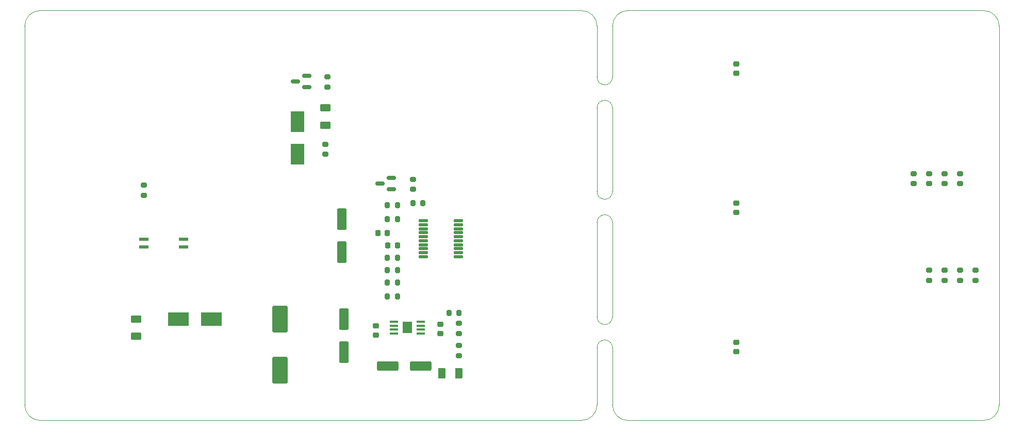
<source format=gtp>
%TF.GenerationSoftware,KiCad,Pcbnew,(6.0.8-1)-1*%
%TF.CreationDate,2022-12-21T11:45:43+03:00*%
%TF.ProjectId,MilkPompV2,4d696c6b-506f-46d7-9056-322e6b696361,V2*%
%TF.SameCoordinates,Original*%
%TF.FileFunction,Paste,Top*%
%TF.FilePolarity,Positive*%
%FSLAX46Y46*%
G04 Gerber Fmt 4.6, Leading zero omitted, Abs format (unit mm)*
G04 Created by KiCad (PCBNEW (6.0.8-1)-1) date 2022-12-21 11:45:43*
%MOMM*%
%LPD*%
G01*
G04 APERTURE LIST*
G04 Aperture macros list*
%AMRoundRect*
0 Rectangle with rounded corners*
0 $1 Rounding radius*
0 $2 $3 $4 $5 $6 $7 $8 $9 X,Y pos of 4 corners*
0 Add a 4 corners polygon primitive as box body*
4,1,4,$2,$3,$4,$5,$6,$7,$8,$9,$2,$3,0*
0 Add four circle primitives for the rounded corners*
1,1,$1+$1,$2,$3*
1,1,$1+$1,$4,$5*
1,1,$1+$1,$6,$7*
1,1,$1+$1,$8,$9*
0 Add four rect primitives between the rounded corners*
20,1,$1+$1,$2,$3,$4,$5,0*
20,1,$1+$1,$4,$5,$6,$7,0*
20,1,$1+$1,$6,$7,$8,$9,0*
20,1,$1+$1,$8,$9,$2,$3,0*%
G04 Aperture macros list end*
%TA.AperFunction,Profile*%
%ADD10C,0.100000*%
%TD*%
%ADD11R,2.300000X3.500000*%
%ADD12RoundRect,0.200000X0.275000X-0.200000X0.275000X0.200000X-0.275000X0.200000X-0.275000X-0.200000X0*%
%ADD13RoundRect,0.250000X-0.550000X1.500000X-0.550000X-1.500000X0.550000X-1.500000X0.550000X1.500000X0*%
%ADD14RoundRect,0.200000X0.200000X0.275000X-0.200000X0.275000X-0.200000X-0.275000X0.200000X-0.275000X0*%
%ADD15RoundRect,0.200000X-0.275000X0.200000X-0.275000X-0.200000X0.275000X-0.200000X0.275000X0.200000X0*%
%ADD16RoundRect,0.250000X-0.625000X0.375000X-0.625000X-0.375000X0.625000X-0.375000X0.625000X0.375000X0*%
%ADD17RoundRect,0.250000X1.500000X0.550000X-1.500000X0.550000X-1.500000X-0.550000X1.500000X-0.550000X0*%
%ADD18RoundRect,0.225000X-0.250000X0.225000X-0.250000X-0.225000X0.250000X-0.225000X0.250000X0.225000X0*%
%ADD19RoundRect,0.250000X-1.000000X1.950000X-1.000000X-1.950000X1.000000X-1.950000X1.000000X1.950000X0*%
%ADD20RoundRect,0.019500X-0.715500X-0.175500X0.715500X-0.175500X0.715500X0.175500X-0.715500X0.175500X0*%
%ADD21RoundRect,0.200000X-0.200000X-0.275000X0.200000X-0.275000X0.200000X0.275000X-0.200000X0.275000X0*%
%ADD22RoundRect,0.225000X0.250000X-0.225000X0.250000X0.225000X-0.250000X0.225000X-0.250000X-0.225000X0*%
%ADD23RoundRect,0.137500X-0.662500X-0.137500X0.662500X-0.137500X0.662500X0.137500X-0.662500X0.137500X0*%
%ADD24R,1.422400X0.431800*%
%ADD25R,1.574800X1.879600*%
%ADD26RoundRect,0.150000X0.587500X0.150000X-0.587500X0.150000X-0.587500X-0.150000X0.587500X-0.150000X0*%
%ADD27RoundRect,0.225000X0.225000X0.250000X-0.225000X0.250000X-0.225000X-0.250000X0.225000X-0.250000X0*%
%ADD28RoundRect,0.250000X-0.375000X-0.625000X0.375000X-0.625000X0.375000X0.625000X-0.375000X0.625000X0*%
%ADD29R,3.500000X2.300000*%
G04 APERTURE END LIST*
D10*
X173990000Y-118872000D02*
G75*
G03*
X176530000Y-118872000I1270000J0D01*
G01*
X176530000Y-123952000D02*
G75*
G03*
X173990000Y-123952000I-1270000J0D01*
G01*
X171450000Y-135890000D02*
G75*
G03*
X173990000Y-133350000I0J2540000D01*
G01*
X173990000Y-79502000D02*
G75*
G03*
X176530000Y-79502000I1270000J0D01*
G01*
X179070000Y-135890000D02*
X237490000Y-135890000D01*
X176530000Y-84582000D02*
G75*
G03*
X173990000Y-84582000I-1270000J0D01*
G01*
X173990000Y-71120000D02*
G75*
G03*
X171450000Y-68580000I-2540000J0D01*
G01*
X82550000Y-68580000D02*
G75*
G03*
X80010000Y-71120000I0J-2540000D01*
G01*
X176530000Y-98298000D02*
X176530000Y-84582000D01*
X176530000Y-133350000D02*
G75*
G03*
X179070000Y-135890000I2540000J0D01*
G01*
X173990000Y-98298000D02*
X173990000Y-84582000D01*
X80010000Y-133350000D02*
G75*
G03*
X82550000Y-135890000I2540000J0D01*
G01*
X82550000Y-68580000D02*
X171450000Y-68580000D01*
X173990000Y-98298000D02*
G75*
G03*
X176530000Y-98298000I1270000J0D01*
G01*
X237490000Y-68580000D02*
X179070000Y-68580000D01*
X173990000Y-133350000D02*
X173990000Y-123952000D01*
X240030000Y-133350000D02*
X240030000Y-71120000D01*
X240030000Y-71120000D02*
G75*
G03*
X237490000Y-68580000I-2540000J0D01*
G01*
X173990000Y-71120000D02*
X173990000Y-79502000D01*
X171450000Y-135890000D02*
X82550000Y-135890000D01*
X80010000Y-133350000D02*
X80010000Y-71120000D01*
X237490000Y-135890000D02*
G75*
G03*
X240030000Y-133350000I0J2540000D01*
G01*
X179070000Y-68580000D02*
G75*
G03*
X176530000Y-71120000I0J-2540000D01*
G01*
X173990000Y-118872000D02*
X173990000Y-103378000D01*
X176530000Y-79502000D02*
X176530000Y-71120000D01*
X176530000Y-103378000D02*
G75*
G03*
X173990000Y-103378000I-1270000J0D01*
G01*
X176530000Y-133350000D02*
X176530000Y-123952000D01*
X176530000Y-118872000D02*
X176530000Y-103378000D01*
D11*
%TO.C,D3*%
X124790200Y-86802000D03*
X124790200Y-92202000D03*
%TD*%
D12*
%TO.C,R6*%
X236157500Y-112902000D03*
X236157500Y-111252000D03*
%TD*%
D13*
%TO.C,C1*%
X132080000Y-102870000D03*
X132080000Y-108270000D03*
%TD*%
D14*
%TO.C,R17*%
X141198600Y-111252000D03*
X139548600Y-111252000D03*
%TD*%
D15*
%TO.C,R10*%
X228537500Y-95378000D03*
X228537500Y-97028000D03*
%TD*%
D16*
%TO.C,D2*%
X129387600Y-84582000D03*
X129387600Y-87382000D03*
%TD*%
D17*
%TO.C,C15*%
X145052300Y-126927600D03*
X139652300Y-126927600D03*
%TD*%
D15*
%TO.C,R20*%
X151351500Y-123613400D03*
X151351500Y-125263400D03*
%TD*%
D14*
%TO.C,R15*%
X141198600Y-100584000D03*
X139548600Y-100584000D03*
%TD*%
D16*
%TO.C,F1*%
X98298000Y-119237600D03*
X98298000Y-122037600D03*
%TD*%
D18*
%TO.C,C18*%
X137668000Y-120319800D03*
X137668000Y-121869800D03*
%TD*%
D19*
%TO.C,C16*%
X121920000Y-119237600D03*
X121920000Y-127637600D03*
%TD*%
D14*
%TO.C,R19*%
X141198600Y-115497600D03*
X139548600Y-115497600D03*
%TD*%
D20*
%TO.C,U1*%
X145466000Y-103120000D03*
X145466000Y-103770000D03*
X145466000Y-104420000D03*
X145466000Y-105070000D03*
X145466000Y-105720000D03*
X145466000Y-106370000D03*
X145466000Y-107020000D03*
X145466000Y-107670000D03*
X145466000Y-108320000D03*
X145466000Y-108970000D03*
X151206000Y-108970000D03*
X151206000Y-108320000D03*
X151206000Y-107670000D03*
X151206000Y-107020000D03*
X151206000Y-106370000D03*
X151206000Y-105720000D03*
X151206000Y-105070000D03*
X151206000Y-104420000D03*
X151206000Y-103770000D03*
X151206000Y-103120000D03*
%TD*%
D21*
%TO.C,R5*%
X139560800Y-102870000D03*
X141210800Y-102870000D03*
%TD*%
D22*
%TO.C,C6*%
X196850000Y-78877595D03*
X196850000Y-77327595D03*
%TD*%
D23*
%TO.C,U2*%
X99568000Y-106172000D03*
X99568000Y-107442000D03*
X106068000Y-107442000D03*
X106068000Y-106172000D03*
%TD*%
D24*
%TO.C,U4*%
X145052300Y-121615200D03*
X145052300Y-120980200D03*
X145052300Y-120319800D03*
X145052300Y-119684800D03*
X140683500Y-119684800D03*
X140683500Y-120319800D03*
X140683500Y-120980200D03*
X140683500Y-121615200D03*
D25*
X142867900Y-120650000D03*
%TD*%
D12*
%TO.C,R21*%
X151351500Y-121615200D03*
X151351500Y-119965200D03*
%TD*%
%TO.C,R13*%
X228537500Y-112902000D03*
X228537500Y-111252000D03*
%TD*%
D26*
%TO.C,Q2*%
X140256500Y-97929200D03*
X140256500Y-96029200D03*
X138381500Y-96979200D03*
%TD*%
D15*
%TO.C,R11*%
X233617500Y-95378000D03*
X233617500Y-97028000D03*
%TD*%
D14*
%TO.C,R2*%
X141198600Y-109220000D03*
X139548600Y-109220000D03*
%TD*%
D15*
%TO.C,R12*%
X231077500Y-95378000D03*
X231077500Y-97028000D03*
%TD*%
D26*
%TO.C,Q1*%
X126335000Y-81152000D03*
X126335000Y-79252000D03*
X124460000Y-80202000D03*
%TD*%
D27*
%TO.C,C2*%
X139560800Y-105073801D03*
X138010800Y-105073801D03*
%TD*%
D12*
%TO.C,R16*%
X129743200Y-81152000D03*
X129743200Y-79502000D03*
%TD*%
%TO.C,R3*%
X143765000Y-97929200D03*
X143765000Y-96279200D03*
%TD*%
D15*
%TO.C,R9*%
X225997500Y-95378000D03*
X225997500Y-97028000D03*
%TD*%
D12*
%TO.C,R7*%
X233617500Y-112902000D03*
X233617500Y-111252000D03*
%TD*%
D13*
%TO.C,C19*%
X132403100Y-119237600D03*
X132403100Y-124637600D03*
%TD*%
D15*
%TO.C,R4*%
X99568000Y-97282000D03*
X99568000Y-98932000D03*
%TD*%
D28*
%TO.C,D1*%
X148551500Y-128146800D03*
X151351500Y-128146800D03*
%TD*%
D22*
%TO.C,C5*%
X196850000Y-101737595D03*
X196850000Y-100187595D03*
%TD*%
%TO.C,C17*%
X148252700Y-121615200D03*
X148252700Y-120065200D03*
%TD*%
D29*
%TO.C,D4*%
X110650000Y-119237600D03*
X105250000Y-119237600D03*
%TD*%
D12*
%TO.C,R8*%
X231077500Y-112902000D03*
X231077500Y-111252000D03*
%TD*%
D14*
%TO.C,R1*%
X145415000Y-100203000D03*
X143765000Y-100203000D03*
%TD*%
%TO.C,R22*%
X151351500Y-118240800D03*
X149701500Y-118240800D03*
%TD*%
D27*
%TO.C,C3*%
X141198600Y-107188000D03*
X139648600Y-107188000D03*
%TD*%
D12*
%TO.C,R14*%
X129387600Y-92202000D03*
X129387600Y-90552000D03*
%TD*%
D22*
%TO.C,C4*%
X196850000Y-124597595D03*
X196850000Y-123047595D03*
%TD*%
D14*
%TO.C,R18*%
X141198600Y-113284000D03*
X139548600Y-113284000D03*
%TD*%
M02*

</source>
